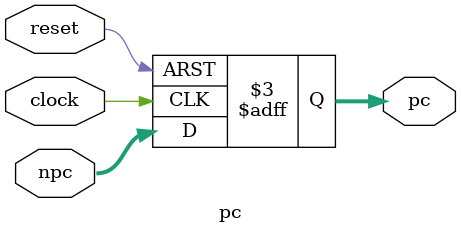
<source format=v>
/** @module pc
 *  @brief 程序计数器
 *  @note clock上升沿有效，reset低电平有效
 *  @note reset有效时，pc异步复位为0x0000_3000
 *  @param pc 当前指令地址
 *  @param clock 输入时钟
 *  @param reset 输入复位信号
 *  @param npc 下一条指令地址
 */
module pc(
    output reg [31:0] pc,
    input clock,
    input reset,
    input [31:0] npc);

    always @(posedge clock, negedge reset) begin
        if(!reset)
            pc <= 32'h0000_3000;
        else
            pc <= npc;
    end

endmodule
</source>
